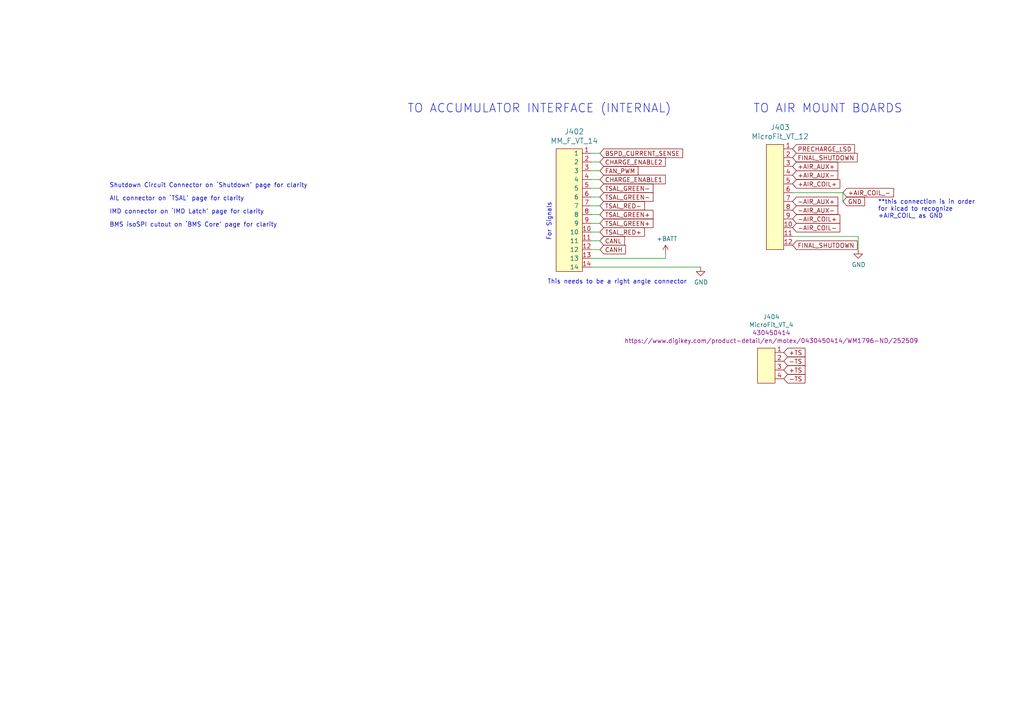
<source format=kicad_sch>
(kicad_sch (version 20211123) (generator eeschema)
  (paper "A4")
  (lib_symbols
    (symbol "formula:MM_F_VT_14" (pin_names (offset 1.016))
      (property "Reference" "J" (at 1.27 19.05 0))
      (property "Value" "MM_F_VT_14" (at 2.54 -20.32 0))
      (symbol "MM_F_VT_14_0_1"
        (rectangle (start 5.08 -17.78) (end -2.54 17.78) (fill (type background)))
      )
      (symbol "MM_F_VT_14_1_1"
        (pin bidirectional line (at 7.62 16.51 180) (length 2.54) (name "1") (number "1"))
        (pin bidirectional line (at 7.62 -6.35 180) (length 2.54) (name "10") (number "10"))
        (pin bidirectional line (at 7.62 -8.89 180) (length 2.54) (name "11") (number "11"))
        (pin bidirectional line (at 7.62 -11.43 180) (length 2.54) (name "12") (number "12"))
        (pin bidirectional line (at 7.62 -13.97 180) (length 2.54) (name "13") (number "13"))
        (pin bidirectional line (at 7.62 -16.51 180) (length 2.54) (name "14") (number "14"))
        (pin bidirectional line (at 7.62 13.97 180) (length 2.54) (name "2") (number "2"))
        (pin bidirectional line (at 7.62 11.43 180) (length 2.54) (name "3") (number "3"))
        (pin bidirectional line (at 7.62 8.89 180) (length 2.54) (name "4") (number "4"))
        (pin bidirectional line (at 7.62 6.35 180) (length 2.54) (name "5") (number "5"))
        (pin bidirectional line (at 7.62 3.81 180) (length 2.54) (name "6") (number "6"))
        (pin bidirectional line (at 7.62 1.27 180) (length 2.54) (name "7") (number "7"))
        (pin bidirectional line (at 7.62 -1.27 180) (length 2.54) (name "8") (number "8"))
        (pin bidirectional line (at 7.62 -3.81 180) (length 2.54) (name "9") (number "9"))
      )
    )
    (symbol "formula:MicroFit_VT_12" (pin_names (offset 1.016))
      (property "Reference" "J" (at 1.27 24.13 0))
      (property "Value" "MicroFit_VT_12" (at 0 19.05 0))
      (symbol "MicroFit_VT_12_0_1"
        (rectangle (start -2.54 15.24) (end 2.54 -15.24) (fill (type background)))
      )
      (symbol "MicroFit_VT_12_1_1"
        (pin input line (at 5.08 13.97 180) (length 2.54) (name "~") (number "1"))
        (pin input line (at 5.08 -8.89 180) (length 2.54) (name "~") (number "10"))
        (pin input line (at 5.08 -11.43 180) (length 2.54) (name "~") (number "11"))
        (pin input line (at 5.08 -13.97 180) (length 2.54) (name "~") (number "12"))
        (pin input line (at 5.08 11.43 180) (length 2.54) (name "~") (number "2"))
        (pin input line (at 5.08 8.89 180) (length 2.54) (name "~") (number "3"))
        (pin input line (at 5.08 6.35 180) (length 2.54) (name "~") (number "4"))
        (pin input line (at 5.08 3.81 180) (length 2.54) (name "~") (number "5"))
        (pin input line (at 5.08 1.27 180) (length 2.54) (name "~") (number "6"))
        (pin input line (at 5.08 -1.27 180) (length 2.54) (name "~") (number "7"))
        (pin input line (at 5.08 -3.81 180) (length 2.54) (name "~") (number "8"))
        (pin input line (at 5.08 -6.35 180) (length 2.54) (name "~") (number "9"))
      )
    )
    (symbol "formula:MicroFit_VT_4" (pin_names (offset 1.016))
      (property "Reference" "J" (at 0 10.16 0))
      (property "Value" "MicroFit_VT_4" (at 0 7.62 0))
      (property "MPN" "430450414" (at -5.08 11.43 0))
      (property "PurchasingLink" "https://www.digikey.com/product-detail/en/molex/0430450414/WM1796-ND/252509" (at -7.62 13.97 0))
      (symbol "MicroFit_VT_4_0_1"
        (rectangle (start -2.54 5.08) (end 2.54 -5.08) (fill (type background)))
      )
      (symbol "MicroFit_VT_4_1_1"
        (pin input line (at 5.08 3.81 180) (length 2.54) (name "~") (number "1"))
        (pin input line (at 5.08 1.27 180) (length 2.54) (name "~") (number "2"))
        (pin input line (at 5.08 -1.27 180) (length 2.54) (name "~") (number "3"))
        (pin input line (at 5.08 -3.81 180) (length 2.54) (name "~") (number "4"))
      )
    )
    (symbol "power:+BATT" (power) (pin_names (offset 0))
      (property "Value" "+BATT" (at 0 3.556 0))
      (symbol "+BATT_0_1"
        (polyline (pts (xy -0.762 1.27) (xy 0 2.54)))
        (polyline (pts (xy 0 0) (xy 0 2.54)))
        (polyline (pts (xy 0 2.54) (xy 0.762 1.27)))
      )
      (symbol "+BATT_1_1"
        (pin power_in line (at 0 0 90) (length 0) hide (name "+BATT") (number "1"))
      )
    )
    (symbol "power:GND" (power) (pin_names (offset 0))
      (property "Value" "GND" (at 0 -3.81 0))
      (symbol "GND_0_1"
        (polyline (pts (xy 0 0) (xy 0 -1.27) (xy 1.27 -1.27) (xy 0 -2.54) (xy -1.27 -1.27) (xy 0 -1.27)))
      )
      (symbol "GND_1_1"
        (pin power_in line (at 0 0 270) (length 0) hide (name "GND") (number "1"))
      )
    )
  )
  (wire (pts (xy 171.45 74.93) (xy 193.04 74.93)))
  (wire (pts (xy 171.45 57.15) (xy 173.99 57.15)))
  (wire (pts (xy 171.45 69.85) (xy 173.99 69.85)))
  (wire (pts (xy 171.45 62.23) (xy 173.99 62.23)))
  (wire (pts (xy 173.99 44.45) (xy 171.45 44.45)))
  (wire (pts (xy 171.45 64.77) (xy 173.99 64.77)))
  (wire (pts (xy 248.92 68.58) (xy 229.87 68.58)))
  (wire (pts (xy 171.45 59.69) (xy 173.99 59.69)))
  (wire (pts (xy 248.92 68.58) (xy 248.92 72.39)))
  (wire (pts (xy 171.45 52.07) (xy 173.99 52.07)))
  (wire (pts (xy 244.475 55.88) (xy 244.475 58.42)))
  (wire (pts (xy 171.45 67.31) (xy 173.99 67.31)))
  (wire (pts (xy 171.45 77.47) (xy 203.2 77.47)))
  (wire (pts (xy 171.45 46.99) (xy 173.99 46.99)))
  (wire (pts (xy 171.45 72.39) (xy 173.99 72.39)))
  (wire (pts (xy 171.45 49.53) (xy 173.99 49.53)))
  (wire (pts (xy 229.87 55.88) (xy 244.475 55.88)))
  (wire (pts (xy 193.04 74.93) (xy 193.04 73.66)))
  (wire (pts (xy 171.45 54.61) (xy 173.99 54.61)))
  (text "BMS isoSPI cutout on ‘BMS Core’ page for clarity" (at 31.75 66.04 0) (effects (font (size 1.27 1.27)) (justify left bottom)))
  (text "AIL connector on ‘TSAL’ page for clarity" (at 31.75 58.42 0) (effects (font (size 1.27 1.27)) (justify left bottom)))
  (text "For Signals" (at 160.02 69.85 90) (effects (font (size 1.27 1.27)) (justify left bottom)))
  (text "**this connection is in order\nfor kicad to recognize \n+AIR_COIL_ as GND" (at 254.635 63.5 0) (effects (font (size 1.27 1.27)) (justify left bottom)))
  (text "TO AIR MOUNT BOARDS" (at 218.44 33.02 0) (effects (font (size 2.4892 2.4892)) (justify left bottom)))
  (text "IMD connector on ‘IMD Latch’ page for clarity" (at 31.75 62.23 0) (effects (font (size 1.27 1.27)) (justify left bottom)))
  (text "This needs to be a right angle connector" (at 158.75 82.55 0) (effects (font (size 1.27 1.27)) (justify left bottom)))
  (text "TO ACCUMULATOR INTERFACE (INTERNAL)" (at 118.11 33.02 0) (effects (font (size 2.4892 2.4892)) (justify left bottom)))
  (text "Shutdown Circuit Connector on ‘Shutdown’ page for clarity" (at 31.75 54.61 0) (effects (font (size 1.27 1.27)) (justify left bottom)))
  (global_label "-AIR_AUX-" (shape input) (at 229.87 60.96 0) (property "Intersheet References" "${INTERSHEET_REFS}" (effects hide)))
  (global_label "-AIR_AUX+" (shape input) (at 229.87 58.42 0) (property "Intersheet References" "${INTERSHEET_REFS}" (effects hide)))
  (global_label "+AIR_AUX+" (shape input) (at 229.87 48.26 0) (property "Intersheet References" "${INTERSHEET_REFS}" (effects hide)))
  (global_label "TSAL_GREEN-" (shape input) (at 173.99 57.15 0) (property "Intersheet References" "${INTERSHEET_REFS}" (effects hide)))
  (global_label "FAN_PWM" (shape input) (at 173.99 49.53 0) (property "Intersheet References" "${INTERSHEET_REFS}" (effects hide)))
  (global_label "+AIR_COIL_-" (shape input) (at 244.475 55.88 0) (property "Intersheet References" "${INTERSHEET_REFS}" (effects hide)))
  (global_label "TSAL_RED-" (shape input) (at 173.99 59.69 0) (property "Intersheet References" "${INTERSHEET_REFS}" (effects hide)))
  (global_label "TSAL_GREEN+" (shape input) (at 173.99 62.23 0) (property "Intersheet References" "${INTERSHEET_REFS}" (effects hide)))
  (global_label "+AIR_COIL+" (shape input) (at 229.87 53.34 0) (property "Intersheet References" "${INTERSHEET_REFS}" (effects hide)))
  (global_label "TSAL_GREEN-" (shape input) (at 173.99 54.61 0) (property "Intersheet References" "${INTERSHEET_REFS}" (effects hide)))
  (global_label "FINAL_SHUTDOWN" (shape input) (at 229.87 71.12 0) (property "Intersheet References" "${INTERSHEET_REFS}" (effects hide)))
  (global_label "TSAL_GREEN+" (shape input) (at 173.99 64.77 0) (property "Intersheet References" "${INTERSHEET_REFS}" (effects hide)))
  (global_label "+TS" (shape input) (at 227.33 102.235 0) (property "Intersheet References" "${INTERSHEET_REFS}" (effects hide)))
  (global_label "FINAL_SHUTDOWN" (shape input) (at 229.87 45.72 0) (property "Intersheet References" "${INTERSHEET_REFS}" (effects hide)))
  (global_label "CHARGE_ENABLE1" (shape input) (at 173.99 52.07 0) (property "Intersheet References" "${INTERSHEET_REFS}" (effects hide)))
  (global_label "-AIR_COIL+" (shape input) (at 229.87 63.5 0) (property "Intersheet References" "${INTERSHEET_REFS}" (effects hide)))
  (global_label "CHARGE_ENABLE2" (shape input) (at 173.99 46.99 0) (property "Intersheet References" "${INTERSHEET_REFS}" (effects hide)))
  (global_label "+TS" (shape input) (at 227.33 107.315 0) (property "Intersheet References" "${INTERSHEET_REFS}" (effects hide)))
  (global_label "+AIR_AUX-" (shape input) (at 229.87 50.8 0) (property "Intersheet References" "${INTERSHEET_REFS}" (effects hide)))
  (global_label "TSAL_RED+" (shape input) (at 173.99 67.31 0) (property "Intersheet References" "${INTERSHEET_REFS}" (effects hide)))
  (global_label "PRECHARGE_LSD" (shape input) (at 229.87 43.18 0) (property "Intersheet References" "${INTERSHEET_REFS}" (effects hide)))
  (global_label "-TS" (shape input) (at 227.33 104.775 0) (property "Intersheet References" "${INTERSHEET_REFS}" (effects hide)))
  (global_label "-TS" (shape input) (at 227.33 109.855 0) (property "Intersheet References" "${INTERSHEET_REFS}" (effects hide)))
  (global_label "CANH" (shape input) (at 173.99 72.39 0) (property "Intersheet References" "${INTERSHEET_REFS}" (effects hide)))
  (global_label "GND" (shape input) (at 244.475 58.42 0) (property "Intersheet References" "${INTERSHEET_REFS}" (effects hide)))
  (global_label "-AIR_COIL-" (shape input) (at 229.87 66.04 0) (property "Intersheet References" "${INTERSHEET_REFS}" (effects hide)))
  (global_label "BSPD_CURRENT_SENSE" (shape input) (at 173.99 44.45 0) (property "Intersheet References" "${INTERSHEET_REFS}" (effects hide)))
  (global_label "CANL" (shape input) (at 173.99 69.85 0) (property "Intersheet References" "${INTERSHEET_REFS}" (effects hide)))
  (symbol (lib_id "power:GND") (at 248.92 72.39 0) (unit 1)
    (property "Reference" "#PWR0105" (effects hide))
    (property "Value" "GND" (at 249.047 76.7842 0))
  )
  (symbol (lib_id "formula:MicroFit_VT_12") (at 224.79 57.15 0) (unit 1)
    (property "Reference" "J403" (at 226.2632 36.9316 0) (effects (font (size 1.4986 1.4986))))
    (property "Value" "MicroFit_VT_12" (at 226.2632 39.5986 0) (effects (font (size 1.4986 1.4986))))
    (property "Footprint" "footprints:MicroFit_VT_12" (effects hide))
  )
  (symbol (lib_id "power:GND") (at 203.2 77.47 0) (unit 1)
    (property "Reference" "#PWR0104" (effects hide))
    (property "Value" "GND" (at 203.327 81.8642 0))
  )
  (symbol (lib_id "formula:MM_F_VT_14") (at 163.83 60.96 0) (unit 1)
    (property "Reference" "J402" (at 166.5732 38.1762 0) (effects (font (size 1.524 1.524))))
    (property "Value" "MM_F_VT_14" (at 166.5732 40.8686 0) (effects (font (size 1.524 1.524))))
    (property "Footprint" "footprints:micromatch_female_vert_14" (effects hide))
    (property "Datasheet" "http://www.te.com/commerce/DocumentDelivery/DDEController?Action=showdoc&DocId=Customer+Drawing%7F338068%7FF1%7Fpdf%7FEnglish%7FENG_CD_338068_F1.pdf%7F1-338068-4" (effects hide))
    (property "MFN" "TE" (effects hide))
    (property "MPN" "1-338068-4" (effects hide))
    (property "PurchasingLink" "http://www.te.com/global-en/product-1-338068-4.html" (effects hide))
  )
  (symbol (lib_id "power:+BATT") (at 193.04 73.66 0) (unit 1)
    (property "Reference" "#PWR0103" (effects hide))
    (property "Value" "+BATT" (at 193.421 69.2658 0))
  )
  (symbol (lib_id "formula:MicroFit_VT_4") (at 222.25 106.045 0) (unit 1)
    (property "Reference" "J404" (at 223.7232 91.8972 0))
    (property "Value" "MicroFit_VT_4" (at 223.7232 94.2086 0))
    (property "Footprint" "footprints:MicroFit_VT_4" (effects hide))
    (property "MPN" "430450414" (at 223.7232 96.52 0))
    (property "PurchasingLink" "https://www.digikey.com/product-detail/en/molex/0430450414/WM1796-ND/252509" (at 223.7232 98.8314 0))
  )
)
</source>
